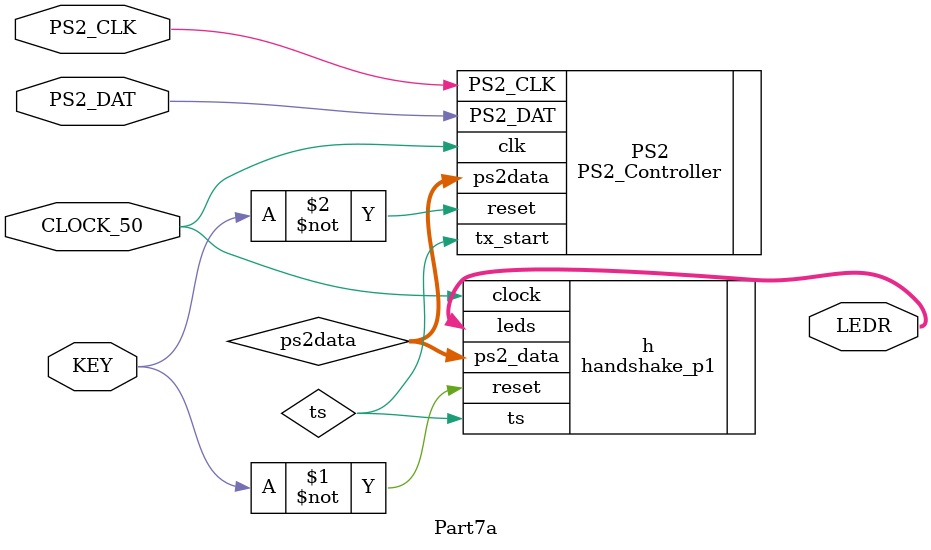
<source format=v>
module Part7a(	input CLOCK_50, inout PS2_CLK, PS2_DAT, input [0:0] KEY, output [3:0] LEDR);

reg [3:0] data_register;
wire [3:0] ps2data;
wire ts;
////////////////////////////////////////////////////////////////////
// Dear 241 students, this is the first time you will be using
// other modules in your own design.  This looks intimidating at
// first, but you will learn a lot in the process!
//
// Please follow the lab handout and follow the comments to understand
// what to do.
//
// Good luck! =)
////////////////////////////////////////////////////////////////////



///////////////////////////////////////////////////////////////////
// PART7a
//
// Module for displaying keycodes on the LEDs, put your code
// into handshake_p1.v
///////////////////////////////////////////////////////////////////
handshake_p1 h(.clock(CLOCK_50), .reset(~KEY[0]), .ps2_data(ps2data),
		    .ts(ts),
			.leds(LEDR));
PS2_Controller PS2(	.clk(CLOCK_50), .reset(~KEY[0]), .PS2_CLK(PS2_CLK), .PS2_DAT(PS2_DAT),
					.ps2data(ps2data), .tx_start(ts));

endmodule

</source>
